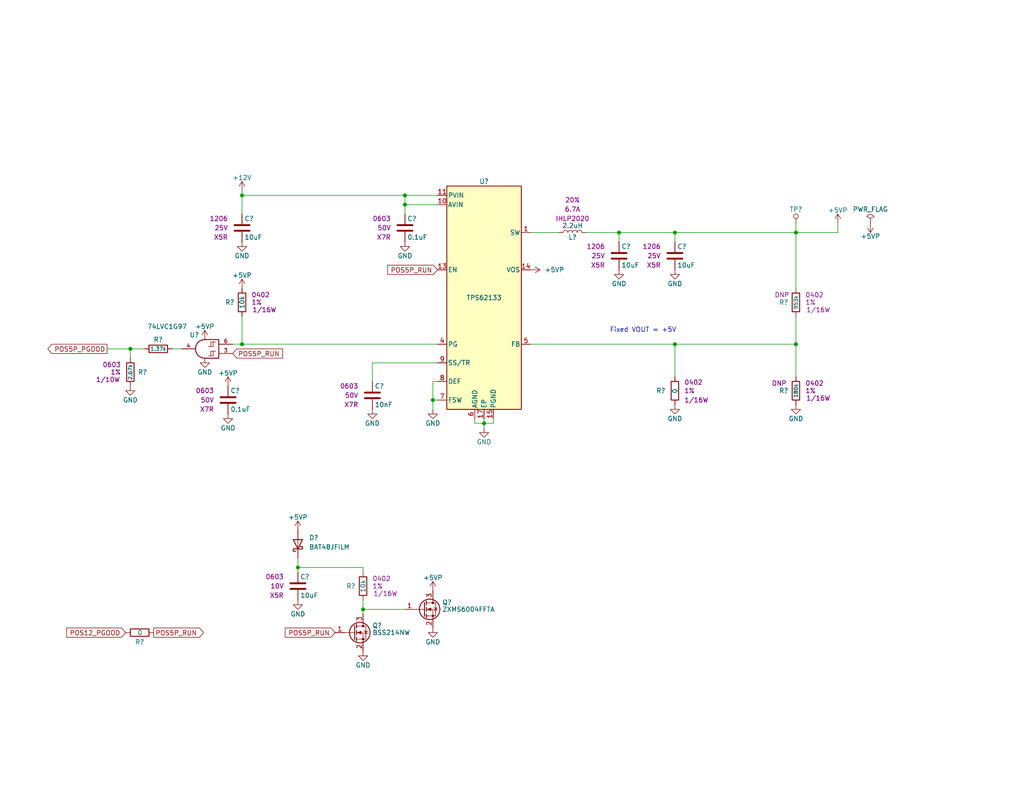
<source format=kicad_sch>
(kicad_sch (version 20230121) (generator eeschema)
  (paper "A")
  (title_block (title "USB Hub") (date "2023-08-20") (rev "PRELIM") (company "Drew Maatman"))
  (lib_symbols
    (symbol "Custom_Library:74LVC1G97_Power_AND" (pin_names (offset 1.016) hide)
      (property "Reference" "U" (at 1.524 3.81 0))
      (property "Value" "74LVC1G97_Power_AND" (at 1.524 -3.81 0))
      (symbol "74LVC1G97_Power_AND_1_1"
        (arc (start 0 -2.54) (mid 2.529 0) (end 0 2.54) (stroke (width 0.254)))
        (polyline (pts (xy -2.286 -0.635) (xy -1.651 -0.635) (xy -1.651 -1.905)))
        (polyline (pts (xy -2.286 1.905) (xy -1.651 1.905) (xy -1.651 0.635)))
        (polyline (pts (xy -2.921 -0.635) (xy -2.286 -0.635) (xy -2.286 -1.905) (xy -1.016 -1.905)))
        (polyline (pts (xy -2.921 1.905) (xy -2.286 1.905) (xy -2.286 0.635) (xy -1.016 0.635)))
        (polyline (pts (xy 0 -2.54) (xy -3.81 -2.54) (xy -3.81 2.54) (xy 0 2.54)) (stroke (width 0.254)))
        (pin power_in line (at 0 -2.54 270) (length 0) (name "GND") (number "1"))
        (pin power_in line (at 0 -2.54 270) (length 0) (name "GND") (number "2"))
        (pin input line (at -7.62 -1.27 0) (length 3.81) (name "~") (number "3"))
        (pin output line (at 6.35 0 180) (length 3.81) (name "~") (number "4"))
        (pin power_in line (at 0 2.54 90) (length 0) (name "VCC") (number "5"))
        (pin input line (at -7.62 1.27 0) (length 3.81) (name "~") (number "6"))
      )
    )
    (symbol "Custom_Library:C_Custom" (pin_numbers hide) (pin_names (offset 0.254))
      (property "Reference" "C" (at 0.635 2.54 0))
      (property "Value" "C_Custom" (at 0.635 -2.54 0))
      (property "display_footprint" "Foot" (at -3.81 2.54 0))
      (property "Voltage" "V" (at -3.81 0 0))
      (property "Dielectric" "Er" (at -3.81 -2.54 0))
      (symbol "C_Custom_0_1"
        (polyline (pts (xy -2.032 -0.762) (xy 2.032 -0.762)) (stroke (width 0.508)))
        (polyline (pts (xy -2.032 0.762) (xy 2.032 0.762)) (stroke (width 0.508)))
      )
      (symbol "C_Custom_1_1"
        (pin passive line (at 0 3.81 270) (length 2.794) (name "~") (number "1"))
        (pin passive line (at 0 -3.81 90) (length 2.794) (name "~") (number "2"))
      )
    )
    (symbol "Custom_Library:L_Custom" (pin_numbers hide) (pin_names (offset 1.016) hide)
      (property "Reference" "L" (at -1.27 0 90))
      (property "Value" "L_Custom" (at 1.905 0 90))
      (property "display_footprint" "Foot" (at 3.81 0 90))
      (property "Ampacity" "A" (at 6.35 0 90))
      (property "Tolerance" "Tol" (at 8.89 0 90))
      (symbol "L_Custom_0_1"
        (arc (start 0 -2.54) (mid 0.6323 -1.905) (end 0 -1.27))
        (arc (start 0 -1.27) (mid 0.6323 -0.635) (end 0 0))
        (arc (start 0 0) (mid 0.6323 0.635) (end 0 1.27))
        (arc (start 0 1.27) (mid 0.6323 1.905) (end 0 2.54))
      )
      (symbol "L_Custom_1_1"
        (pin passive line (at 0 3.81 270) (length 1.27) (name "1") (number "1"))
        (pin passive line (at 0 -3.81 90) (length 1.27) (name "2") (number "2"))
      )
    )
    (symbol "Custom_Library:R_Custom" (pin_numbers hide) (pin_names (offset 1.016) hide)
      (property "Reference" "R" (at -2.54 0 90))
      (property "Value" "R_Custom" (at 0 0 90))
      (property "display_footprint" "Foot" (at 2.54 0 90))
      (property "Tolerance" "Tol" (at 5.08 0 90))
      (property "Wattage" "W" (at 7.62 0 90))
      (symbol "R_Custom_0_1"
        (rectangle (start 1.016 2.54) (end -1.016 -2.54) (stroke (width 0.254)))
      )
      (symbol "R_Custom_1_1"
        (pin passive line (at 0 3.81 270) (length 1.27) (name "1") (number "1"))
        (pin passive line (at 0 -3.81 90) (length 1.27) (name "2") (number "2"))
      )
    )
    (symbol "Custom_Library:TP" (pin_numbers hide) (pin_names (offset 0) hide)
      (property "Reference" "TP" (at 0 3.81 0))
      (symbol "TP_0_1"
        (polyline (pts (xy 0 0) (xy 0 1.27)))
        (circle (center 0 1.905) (radius 0.635))
      )
      (symbol "TP_1_1"
        (pin passive line (at 0 0 90) (length 0) (name "TP") (number "1"))
      )
    )
    (symbol "Custom_Library:TPS62130" (pin_names (offset 0.254))
      (property "Reference" "U" (at 0 31.75 0))
      (property "Value" "TPS62130" (at 0 0 0))
      (symbol "TPS62130_0_1"
        (rectangle (start -10.16 30.48) (end 10.16 -30.48) (stroke (width 0.254)) (fill (type background)))
      )
      (symbol "TPS62130_1_1"
        (pin output line (at 12.7 17.78 180) (length 2.54) (name "SW") (number "1"))
        (pin power_in line (at -12.7 25.4 0) (length 2.54) (name "AVIN") (number "10"))
        (pin power_in line (at -12.7 27.94 0) (length 2.54) (name "PVIN") (number "11"))
        (pin passive line (at -12.7 27.94 0) (length 2.54) hide (name "PVIN") (number "12"))
        (pin input line (at -12.7 7.62 0) (length 2.54) (name "EN") (number "13"))
        (pin input line (at 12.7 7.62 180) (length 2.54) (name "VOS") (number "14"))
        (pin power_in line (at 2.54 -33.02 90) (length 2.54) (name "PGND") (number "15"))
        (pin passive line (at 2.54 -33.02 90) (length 2.54) hide (name "PGND") (number "16"))
        (pin power_in line (at 0 -33.02 90) (length 2.54) (name "EP") (number "17"))
        (pin passive line (at 12.7 17.78 180) (length 2.54) hide (name "SW") (number "2"))
        (pin passive line (at 12.7 17.78 180) (length 2.54) hide (name "SW") (number "3"))
        (pin open_collector line (at -12.7 -12.7 0) (length 2.54) (name "PG") (number "4"))
        (pin input line (at 12.7 -12.7 180) (length 2.54) (name "FB") (number "5"))
        (pin power_in line (at -2.54 -33.02 90) (length 2.54) (name "AGND") (number "6"))
        (pin input line (at -12.7 -27.94 0) (length 2.54) (name "FSW") (number "7"))
        (pin input line (at -12.7 -22.86 0) (length 2.54) (name "DEF") (number "8"))
        (pin input line (at -12.7 -17.78 0) (length 2.54) (name "SS/TR") (number "9"))
      )
    )
    (symbol "Custom_Library:ZXMS6004FFTA" (pin_names hide)
      (property "Reference" "Q" (at 5.08 1.905 0))
      (property "Value" "ZXMS6004FFTA" (at 5.08 0 0))
      (symbol "ZXMS6004FFTA_0_1"
        (polyline (pts (xy 0.254 0) (xy -2.54 0)))
        (polyline (pts (xy 0.254 1.905) (xy 0.254 -1.905)) (stroke (width 0.254)))
        (polyline (pts (xy 0.762 -1.27) (xy 0.762 -2.286)) (stroke (width 0.254)))
        (polyline (pts (xy 0.762 0.508) (xy 0.762 -0.508)) (stroke (width 0.254)))
        (polyline (pts (xy 0.762 2.286) (xy 0.762 1.27)) (stroke (width 0.254)))
        (polyline (pts (xy 2.54 2.54) (xy 2.54 1.778)))
        (polyline (pts (xy 2.54 -2.54) (xy 2.54 0) (xy 0.762 0)))
        (polyline (pts (xy 0.762 -1.778) (xy 3.302 -1.778) (xy 3.302 1.778) (xy 0.762 1.778)))
        (polyline (pts (xy 1.016 0) (xy 2.032 0.381) (xy 2.032 -0.381) (xy 1.016 0)) (fill (type outline)))
        (polyline (pts (xy 2.794 0.508) (xy 2.921 0.381) (xy 3.683 0.381) (xy 3.81 0.254)))
        (polyline (pts (xy 3.302 0.381) (xy 2.921 -0.254) (xy 3.683 -0.254) (xy 3.302 0.381)))
        (circle (center 1.651 0) (radius 2.794) (stroke (width 0.254)))
        (circle (center 2.54 -1.778) (radius 0.254) (fill (type outline)))
        (circle (center 2.54 1.778) (radius 0.254) (fill (type outline)))
      )
      (symbol "ZXMS6004FFTA_1_1"
        (pin input line (at -5.08 0 0) (length 2.54) (name "G") (number "1"))
        (pin passive line (at 2.54 -5.08 90) (length 2.54) (name "S") (number "2"))
        (pin passive line (at 2.54 5.08 270) (length 2.54) (name "D") (number "3"))
      )
    )
    (symbol "Diode:BAT48JFILM" (pin_numbers hide) (pin_names (offset 1.016) hide)
      (property "Reference" "D" (at 0 2.54 0))
      (property "Value" "BAT48JFILM" (at 0 -2.54 0))
      (symbol "BAT48JFILM_0_1"
        (polyline (pts (xy 1.27 0) (xy -1.27 0)))
        (polyline (pts (xy 1.27 1.27) (xy 1.27 -1.27) (xy -1.27 0) (xy 1.27 1.27)) (stroke (width 0.254)))
        (polyline (pts (xy -1.905 0.635) (xy -1.905 1.27) (xy -1.27 1.27) (xy -1.27 -1.27) (xy -0.635 -1.27) (xy -0.635 -0.635)) (stroke (width 0.254)))
      )
      (symbol "BAT48JFILM_1_1"
        (pin passive line (at -3.81 0 0) (length 2.54) (name "K") (number "1"))
        (pin passive line (at 3.81 0 180) (length 2.54) (name "A") (number "2"))
      )
    )
    (symbol "Transistor_FET:BSS214NW" (pin_names hide)
      (property "Reference" "Q" (at 5.08 1.905 0))
      (property "Value" "BSS214NW" (at 5.08 0 0))
      (symbol "BSS214NW_0_1"
        (polyline (pts (xy 0.254 0) (xy -2.54 0)))
        (polyline (pts (xy 0.254 1.905) (xy 0.254 -1.905)) (stroke (width 0.254)))
        (polyline (pts (xy 0.762 -1.27) (xy 0.762 -2.286)) (stroke (width 0.254)))
        (polyline (pts (xy 0.762 0.508) (xy 0.762 -0.508)) (stroke (width 0.254)))
        (polyline (pts (xy 0.762 2.286) (xy 0.762 1.27)) (stroke (width 0.254)))
        (polyline (pts (xy 2.54 2.54) (xy 2.54 1.778)))
        (polyline (pts (xy 2.54 -2.54) (xy 2.54 0) (xy 0.762 0)))
        (polyline (pts (xy 0.762 -1.778) (xy 3.302 -1.778) (xy 3.302 1.778) (xy 0.762 1.778)))
        (polyline (pts (xy 1.016 0) (xy 2.032 0.381) (xy 2.032 -0.381) (xy 1.016 0)) (fill (type outline)))
        (polyline (pts (xy 2.794 0.508) (xy 2.921 0.381) (xy 3.683 0.381) (xy 3.81 0.254)))
        (polyline (pts (xy 3.302 0.381) (xy 2.921 -0.254) (xy 3.683 -0.254) (xy 3.302 0.381)))
        (circle (center 1.651 0) (radius 2.794) (stroke (width 0.254)))
        (circle (center 2.54 -1.778) (radius 0.254) (fill (type outline)))
        (circle (center 2.54 1.778) (radius 0.254) (fill (type outline)))
      )
      (symbol "BSS214NW_1_1"
        (pin input line (at -5.08 0 0) (length 2.54) (name "G") (number "1"))
        (pin passive line (at 2.54 -5.08 90) (length 2.54) (name "S") (number "2"))
        (pin passive line (at 2.54 5.08 270) (length 2.54) (name "D") (number "3"))
      )
    )
    (symbol "power:+12V" (power) (pin_names (offset 0))
      (property "Value" "+12V" (at 0 3.556 0))
      (symbol "+12V_0_1"
        (polyline (pts (xy -0.762 1.27) (xy 0 2.54)))
        (polyline (pts (xy 0 0) (xy 0 2.54)))
        (polyline (pts (xy 0 2.54) (xy 0.762 1.27)))
      )
      (symbol "+12V_1_1"
        (pin power_in line (at 0 0 90) (length 0) hide (name "+12V") (number "1"))
      )
    )
    (symbol "power:+5VP" (power) (pin_names (offset 0))
      (property "Value" "+5VP" (at 0 3.556 0))
      (symbol "+5VP_0_1"
        (polyline (pts (xy -0.762 1.27) (xy 0 2.54)))
        (polyline (pts (xy 0 0) (xy 0 2.54)))
        (polyline (pts (xy 0 2.54) (xy 0.762 1.27)))
      )
      (symbol "+5VP_1_1"
        (pin power_in line (at 0 0 90) (length 0) hide (name "+5VP") (number "1"))
      )
    )
    (symbol "power:GND" (power) (pin_names (offset 0))
      (property "Value" "GND" (at 0 -3.81 0))
      (symbol "GND_0_1"
        (polyline (pts (xy 0 0) (xy 0 -1.27) (xy 1.27 -1.27) (xy 0 -2.54) (xy -1.27 -1.27) (xy 0 -1.27)))
      )
      (symbol "GND_1_1"
        (pin power_in line (at 0 0 270) (length 0) hide (name "GND") (number "1"))
      )
    )
    (symbol "power:PWR_FLAG" (power) (pin_numbers hide) (pin_names (offset 0) hide)
      (property "Value" "PWR_FLAG" (at 0 3.81 0))
      (symbol "PWR_FLAG_0_0"
        (pin power_out line (at 0 0 90) (length 0) (name "pwr") (number "1"))
      )
      (symbol "PWR_FLAG_0_1"
        (polyline (pts (xy 0 0) (xy 0 1.27) (xy -1.016 1.905) (xy 0 2.54) (xy 1.016 1.905) (xy 0 1.27)))
      )
    )
  )
  (junction (at 35.56 95.25))
  (junction (at 66.04 53.34))
  (junction (at 217.17 63.5))
  (junction (at 168.91 63.5))
  (junction (at 81.28 154.94))
  (junction (at 66.04 93.98))
  (junction (at 110.49 53.34))
  (junction (at 99.06 166.37))
  (junction (at 184.15 93.98))
  (junction (at 110.49 55.88))
  (junction (at 118.11 109.22))
  (junction (at 132.08 115.57))
  (junction (at 217.17 93.98))
  (junction (at 184.15 63.5))
  (wire (pts (xy 118.11 104.14) (xy 119.38 104.14)))
  (wire (pts (xy 160.02 63.5) (xy 168.91 63.5)))
  (wire (pts (xy 217.17 86.36) (xy 217.17 93.98)))
  (wire (pts (xy 217.17 63.5) (xy 217.17 78.74)))
  (wire (pts (xy 118.11 109.22) (xy 118.11 104.14)))
  (wire (pts (xy 81.28 154.94) (xy 81.28 156.21)))
  (wire (pts (xy 99.06 156.21) (xy 99.06 154.94)))
  (wire (pts (xy 63.5 93.98) (xy 66.04 93.98)))
  (wire (pts (xy 184.15 66.04) (xy 184.15 63.5)))
  (wire (pts (xy 217.17 60.96) (xy 217.17 63.5)))
  (wire (pts (xy 144.78 93.98) (xy 184.15 93.98)))
  (wire (pts (xy 132.08 115.57) (xy 134.62 115.57)))
  (wire (pts (xy 66.04 93.98) (xy 66.04 86.36)))
  (wire (pts (xy 66.04 53.34) (xy 66.04 58.42)))
  (wire (pts (xy 144.78 63.5) (xy 152.4 63.5)))
  (wire (pts (xy 184.15 63.5) (xy 217.17 63.5)))
  (wire (pts (xy 119.38 53.34) (xy 110.49 53.34)))
  (wire (pts (xy 217.17 93.98) (xy 217.17 102.87)))
  (wire (pts (xy 228.6 60.96) (xy 228.6 63.5)))
  (wire (pts (xy 35.56 95.25) (xy 29.21 95.25)))
  (wire (pts (xy 129.54 115.57) (xy 129.54 114.3)))
  (wire (pts (xy 110.49 166.37) (xy 99.06 166.37)))
  (wire (pts (xy 168.91 63.5) (xy 184.15 63.5)))
  (wire (pts (xy 81.28 152.4) (xy 81.28 154.94)))
  (wire (pts (xy 184.15 102.87) (xy 184.15 93.98)))
  (wire (pts (xy 119.38 55.88) (xy 110.49 55.88)))
  (wire (pts (xy 66.04 52.07) (xy 66.04 53.34)))
  (wire (pts (xy 228.6 63.5) (xy 217.17 63.5)))
  (wire (pts (xy 132.08 115.57) (xy 132.08 114.3)))
  (wire (pts (xy 168.91 66.04) (xy 168.91 63.5)))
  (wire (pts (xy 132.08 115.57) (xy 129.54 115.57)))
  (wire (pts (xy 101.6 99.06) (xy 119.38 99.06)))
  (wire (pts (xy 35.56 95.25) (xy 35.56 97.79)))
  (wire (pts (xy 119.38 93.98) (xy 66.04 93.98)))
  (wire (pts (xy 110.49 55.88) (xy 110.49 58.42)))
  (wire (pts (xy 132.08 116.84) (xy 132.08 115.57)))
  (wire (pts (xy 101.6 104.14) (xy 101.6 99.06)))
  (wire (pts (xy 119.38 109.22) (xy 118.11 109.22)))
  (wire (pts (xy 118.11 111.76) (xy 118.11 109.22)))
  (wire (pts (xy 99.06 166.37) (xy 99.06 167.64)))
  (wire (pts (xy 46.99 95.25) (xy 49.53 95.25)))
  (wire (pts (xy 99.06 163.83) (xy 99.06 166.37)))
  (wire (pts (xy 110.49 55.88) (xy 110.49 53.34)))
  (wire (pts (xy 66.04 53.34) (xy 110.49 53.34)))
  (wire (pts (xy 35.56 95.25) (xy 39.37 95.25)))
  (wire (pts (xy 134.62 115.57) (xy 134.62 114.3)))
  (wire (pts (xy 184.15 93.98) (xy 217.17 93.98)))
  (wire (pts (xy 99.06 154.94) (xy 81.28 154.94)))
  (text "Fixed VOUT = +5V" (at 166.37 90.932 0) (effects (font (size 1.27 1.27)) (justify left bottom)))
  (global_label "POS5P_PGOOD" (shape output) (at 29.21 95.25 180) (property "Intersheetrefs" "${INTERSHEET_REFS}" (effects hide)))
  (global_label "POS5P_RUN" (shape output) (at 41.91 172.72 0) (property "Intersheetrefs" "${INTERSHEET_REFS}" (effects hide)))
  (global_label "POS5P_RUN" (shape input) (at 119.38 73.66 180) (property "Intersheetrefs" "${INTERSHEET_REFS}" (effects hide)))
  (global_label "POS12_PGOOD" (shape input) (at 34.29 172.72 180) (property "Intersheetrefs" "${INTERSHEET_REFS}" (effects hide)))
  (global_label "POS5P_RUN" (shape input) (at 63.5 96.52 0) (property "Intersheetrefs" "${INTERSHEET_REFS}" (effects hide)))
  (global_label "POS5P_RUN" (shape input) (at 91.44 172.72 180) (property "Intersheetrefs" "${INTERSHEET_REFS}" (effects hide)))
  (symbol (lib_id "Custom_Library:R_Custom") (at 217.17 106.68 0) (unit 1)
    (property "Reference" "R?" (at 215.138 106.68 0) (effects (justify right)))
    (property "Value" "180k" (at 217.17 106.68 90) (effects (font (size 1.016 1.016))))
    (property "Footprint" "Resistors_SMD:R_0402" (effects hide))
    (property "display_footprint" "0402" (at 219.71 104.648 0) (effects (justify left)))
    (property "Tolerance" "1%" (at 219.71 106.68 0) (effects (justify left)))
    (property "Wattage" "1/16W" (at 219.964 108.712 0) (effects (justify left)))
    (property "Configuration" "DNP" (at 212.598 104.648 0))
    (property "Digi-Key PN" "RMCF0402FT180KCT-ND" (effects hide))
    (instances (project "LED_Panel_Controller" (path "" (reference "R?") (unit 1)) (path "" (reference "R?") (unit 1)) (path "" (reference "R?") (unit 1)) (path "" (reference "R?") (unit 1)) (path "" (reference "R?") (unit 1)) (path "" (reference "R?") (unit 1)) (path "" (reference "R?") (unit 1)) (path "" (reference "R?") (unit 1)) (path "" (reference "R?") (unit 1)) (path "" (reference "R?") (unit 1))) (project "USB_Hub" (path "" (reference "R408") (unit 1))))
  )
  (symbol (lib_id "Custom_Library:R_Custom") (at 43.18 95.25 90) (mirror x) (unit 1)
    (property "Reference" "R?" (at 43.18 92.71 90))
    (property "Value" "1.37k" (at 43.18 95.25 90) (effects (font (size 1.016 1.016))))
    (property "Footprint" "Resistors_SMD:R_0603" (effects hide))
    (property "display_footprint" "0603" (effects hide))
    (property "Tolerance" "1%" (effects hide))
    (property "Wattage" "1/10W" (effects hide))
    (instances (project "LED_Panel_Controller" (path "" (reference "R?") (unit 1)) (path "" (reference "R?") (unit 1)) (path "" (reference "R?") (unit 1)) (path "" (reference "R?") (unit 1)) (path "" (reference "R?") (unit 1)) (path "" (reference "R?") (unit 1)) (path "" (reference "R?") (unit 1)) (path "" (reference "R?") (unit 1)) (path "" (reference "R?") (unit 1)) (path "" (reference "R?") (unit 1))) (project "USB_Hub" (path "" (reference "R403") (unit 1))))
  )
  (symbol (lib_id "Custom_Library:C_Custom") (at 66.04 62.23 0) (unit 1)
    (property "Reference" "C?" (at 66.675 59.69 0) (effects (justify left)))
    (property "Value" "10uF" (at 66.675 64.77 0) (effects (justify left)))
    (property "Footprint" "Capacitors_SMD:C_1206" (effects hide))
    (property "display_footprint" "1206" (at 62.23 59.69 0) (effects (justify right)))
    (property "Voltage" "25V" (at 62.23 62.23 0) (effects (justify right)))
    (property "Dielectric" "X5R" (at 62.23 64.77 0) (effects (justify right)))
    (property "Digi-Key PN" "399-8153-1-ND" (effects hide))
    (instances (project "LED_Panel_Controller" (path "" (reference "C?") (unit 1)) (path "" (reference "C?") (unit 1)) (path "" (reference "C?") (unit 1)) (path "" (reference "C?") (unit 1)) (path "" (reference "C?") (unit 1))) (project "USB_Hub" (path "" (reference "C402") (unit 1))))
  )
  (symbol (lib_id "Custom_Library:R_Custom") (at 217.17 82.55 0) (unit 1)
    (property "Reference" "R?" (at 215.138 82.55 0) (effects (justify right)))
    (property "Value" "953k" (at 217.17 82.55 90) (effects (font (size 1.016 1.016))))
    (property "Footprint" "Resistors_SMD:R_0402" (effects hide))
    (property "display_footprint" "0402" (at 219.71 80.518 0) (effects (justify left)))
    (property "Tolerance" "1%" (at 219.71 82.55 0) (effects (justify left)))
    (property "Wattage" "1/16W" (at 219.964 84.582 0) (effects (justify left)))
    (property "Configuration" "DNP" (at 213.36 80.518 0))
    (property "Digi-Key PN" "RMCF0402FT953KCT-ND" (effects hide))
    (instances (project "LED_Panel_Controller" (path "" (reference "R?") (unit 1)) (path "" (reference "R?") (unit 1)) (path "" (reference "R?") (unit 1)) (path "" (reference "R?") (unit 1)) (path "" (reference "R?") (unit 1)) (path "" (reference "R?") (unit 1)) (path "" (reference "R?") (unit 1)) (path "" (reference "R?") (unit 1)) (path "" (reference "R?") (unit 1)) (path "" (reference "R?") (unit 1)) (path "" (reference "R?") (unit 1)) (path "" (reference "R?") (unit 1))) (project "USB_Hub" (path "" (reference "R407") (unit 1))))
  )
  (symbol (lib_id "power:+5VP") (at 66.04 78.74 0) (unit 1)
    (property "Reference" "#PWR0408" (effects hide))
    (property "Value" "+5VP" (at 66.04 75.184 0))
  )
  (symbol (lib_id "Custom_Library:C_Custom") (at 110.49 62.23 0) (unit 1)
    (property "Reference" "C?" (at 111.125 59.69 0) (effects (justify left)))
    (property "Value" "0.1uF" (at 111.125 64.77 0) (effects (justify left)))
    (property "Footprint" "Capacitors_SMD:C_0603" (effects hide))
    (property "display_footprint" "0603" (at 106.68 59.69 0) (effects (justify right)))
    (property "Voltage" "50V" (at 106.68 62.23 0) (effects (justify right)))
    (property "Dielectric" "X7R" (at 106.68 64.77 0) (effects (justify right)))
    (property "Digi-Key PN" "1276-1935-1-ND" (effects hide))
    (instances (project "LED_Panel_Controller" (path "" (reference "C?") (unit 1)) (path "" (reference "C?") (unit 1)) (path "" (reference "C?") (unit 1)) (path "" (reference "C?") (unit 1)) (path "" (reference "C?") (unit 1)) (path "" (reference "C?") (unit 1)) (path "" (reference "C?") (unit 1)) (path "" (reference "C?") (unit 1)) (path "" (reference "C?") (unit 1)) (path "" (reference "C?") (unit 1)) (path "" (reference "C?") (unit 1)) (path "" (reference "C?") (unit 1)) (path "" (reference "C?") (unit 1)) (path "" (reference "C?") (unit 1))) (project "USB_Hub" (path "" (reference "C405") (unit 1))))
  )
  (symbol (lib_id "power:GND") (at 168.91 73.66 0) (unit 1)
    (property "Reference" "#PWR?" (effects hide))
    (property "Value" "GND" (at 168.91 77.47 0))
    (instances (project "LED_Panel_Controller" (path "" (reference "#PWR?") (unit 1)) (path "" (reference "#PWR?") (unit 1)) (path "" (reference "#PWR?") (unit 1)) (path "" (reference "#PWR?") (unit 1)) (path "" (reference "#PWR?") (unit 1))) (project "USB_Hub" (path "" (reference "#PWR0419") (unit 1))))
  )
  (symbol (lib_id "power:+5VP") (at 144.78 73.66 270) (unit 1)
    (property "Reference" "#PWR0418" (effects hide))
    (property "Value" "+5VP" (at 148.59 73.66 90) (effects (justify left)))
  )
  (symbol (lib_id "power:+12V") (at 66.04 52.07 0) (unit 1)
    (property "Reference" "#PWR?" (effects hide))
    (property "Value" "+12V" (at 66.04 48.514 0))
    (instances (project "LED_Panel_Controller" (path "" (reference "#PWR?") (unit 1)) (path "" (reference "#PWR?") (unit 1)) (path "" (reference "#PWR?") (unit 1)) (path "" (reference "#PWR?") (unit 1)) (path "" (reference "#PWR?") (unit 1))) (project "USB_Hub" (path "" (reference "#PWR0406") (unit 1))))
  )
  (symbol (lib_id "power:GND") (at 66.04 66.04 0) (unit 1)
    (property "Reference" "#PWR?" (effects hide))
    (property "Value" "GND" (at 66.04 69.85 0))
    (instances (project "LED_Panel_Controller" (path "" (reference "#PWR?") (unit 1)) (path "" (reference "#PWR?") (unit 1)) (path "" (reference "#PWR?") (unit 1)) (path "" (reference "#PWR?") (unit 1)) (path "" (reference "#PWR?") (unit 1))) (project "USB_Hub" (path "" (reference "#PWR0407") (unit 1))))
  )
  (symbol (lib_id "Transistor_FET:BSS214NW") (at 96.52 172.72 0) (unit 1)
    (property "Reference" "Q?" (at 101.6 170.815 0) (effects (justify left)))
    (property "Value" "BSS214NW" (at 101.6 172.72 0) (effects (justify left)))
    (property "Footprint" "Package_TO_SOT_SMD:SOT-323_SC-70" (effects hide))
    (property "Datasheet" "https://www.infineon.com/dgdl/Infineon-BSS214NW-DS-v02_02-en.pdf?fileId=db3a30431b3e89eb011b695aebc01bde" (effects hide))
    (property "Digi-Key PN" "BSS214NWH6327XTSA1CT-ND" (effects hide))
    (instances (project "LED_Panel_Controller" (path "" (reference "Q?") (unit 1)) (path "" (reference "Q?") (unit 1))) (project "USB_Hub" (path "" (reference "Q401") (unit 1))))
  )
  (symbol (lib_id "power:GND") (at 62.23 113.03 0) (unit 1)
    (property "Reference" "#PWR?" (effects hide))
    (property "Value" "GND" (at 62.23 116.84 0))
    (instances (project "LED_Panel_Controller" (path "" (reference "#PWR?") (unit 1)) (path "" (reference "#PWR?") (unit 1)) (path "" (reference "#PWR?") (unit 1)) (path "" (reference "#PWR?") (unit 1)) (path "" (reference "#PWR?") (unit 1))) (project "USB_Hub" (path "" (reference "#PWR0405") (unit 1))))
  )
  (symbol (lib_id "Custom_Library:R_Custom") (at 38.1 172.72 90) (mirror x) (unit 1)
    (property "Reference" "R?" (at 38.1 175.26 90))
    (property "Value" "0" (at 37.465 172.72 90) (effects (justify right)))
    (property "Footprint" "Resistors_SMD:R_0402" (effects hide))
    (property "display_footprint" "0402" (effects hide))
    (property "Tolerance" "1%" (effects hide))
    (property "Wattage" "1/16W" (effects hide))
    (property "Digi-Key PN" "RMCF0402ZT0R00CT-ND" (effects hide))
    (instances (project "LED_Panel_Controller" (path "" (reference "R?") (unit 1)) (path "" (reference "R?") (unit 1)) (path "" (reference "R?") (unit 1)) (path "" (reference "R?") (unit 1))) (project "USB_Hub" (path "" (reference "R402") (unit 1))))
  )
  (symbol (lib_id "Custom_Library:C_Custom") (at 101.6 107.95 0) (unit 1)
    (property "Reference" "C?" (at 102.235 105.41 0) (effects (justify left)))
    (property "Value" "10nF" (at 102.235 110.49 0) (effects (justify left)))
    (property "Footprint" "Capacitors_SMD:C_0603" (effects hide))
    (property "display_footprint" "0603" (at 97.79 105.41 0) (effects (justify right)))
    (property "Voltage" "50V" (at 97.79 107.95 0) (effects (justify right)))
    (property "Dielectric" "X7R" (at 97.79 110.49 0) (effects (justify right)))
    (property "Digi-Key PN" "399-7842-1-ND" (effects hide))
    (instances (project "LED_Panel_Controller" (path "" (reference "C?") (unit 1)) (path "" (reference "C?") (unit 1)) (path "" (reference "C?") (unit 1)) (path "" (reference "C?") (unit 1)) (path "" (reference "C?") (unit 1)) (path "" (reference "C?") (unit 1)) (path "" (reference "C?") (unit 1)) (path "" (reference "C?") (unit 1)) (path "" (reference "C?") (unit 1)) (path "" (reference "C?") (unit 1))) (project "USB_Hub" (path "" (reference "C404") (unit 1))))
  )
  (symbol (lib_id "Custom_Library:L_Custom") (at 156.21 63.5 90) (unit 1)
    (property "Reference" "L?" (at 156.21 64.77 90))
    (property "Value" "2.2uH" (at 156.21 61.595 90))
    (property "Footprint" "Inductors_SMD:L_Vishay_IHLP-2020" (effects hide))
    (property "display_footprint" "IHLP2020" (at 156.21 59.69 90))
    (property "Ampacity" "6.7A" (at 156.21 57.15 90))
    (property "Tolerance" "20%" (at 156.21 54.61 90))
    (property "Digi-Key PN" "541-1236-1-ND" (effects hide))
    (instances (project "LED_Panel_Controller" (path "" (reference "L?") (unit 1)) (path "" (reference "L?") (unit 1))) (project "USB_Hub" (path "" (reference "L401") (unit 1))))
  )
  (symbol (lib_id "power:GND") (at 99.06 177.8 0) (unit 1)
    (property "Reference" "#PWR?" (effects hide))
    (property "Value" "GND" (at 99.06 181.61 0))
    (instances (project "LED_Panel_Controller" (path "" (reference "#PWR?") (unit 1)) (path "" (reference "#PWR?") (unit 1))) (project "USB_Hub" (path "" (reference "#PWR0411") (unit 1))))
  )
  (symbol (lib_id "Custom_Library:C_Custom") (at 81.28 160.02 0) (unit 1)
    (property "Reference" "C?" (at 81.915 157.48 0) (effects (justify left)))
    (property "Value" "10uF" (at 81.915 162.56 0) (effects (justify left)))
    (property "Footprint" "Capacitors_SMD:C_0603" (effects hide))
    (property "display_footprint" "0603" (at 77.47 157.48 0) (effects (justify right)))
    (property "Voltage" "10V" (at 77.47 160.02 0) (effects (justify right)))
    (property "Dielectric" "X5R" (at 77.47 162.56 0) (effects (justify right)))
    (property "Digi-Key PN" "1276-1871-1-ND" (effects hide))
    (instances (project "LED_Panel_Controller" (path "" (reference "C?") (unit 1)) (path "" (reference "C?") (unit 1)) (path "" (reference "C?") (unit 1)) (path "" (reference "C?") (unit 1)) (path "" (reference "C?") (unit 1)) (path "" (reference "C?") (unit 1)) (path "" (reference "C?") (unit 1)) (path "" (reference "C?") (unit 1)) (path "" (reference "C?") (unit 1)) (path "" (reference "C?") (unit 1)) (path "" (reference "C?") (unit 1))) (project "USB_Hub" (path "" (reference "C403") (unit 1))))
  )
  (symbol (lib_id "Custom_Library:C_Custom") (at 184.15 69.85 0) (unit 1)
    (property "Reference" "C?" (at 184.785 67.31 0) (effects (justify left)))
    (property "Value" "10uF" (at 184.785 72.39 0) (effects (justify left)))
    (property "Footprint" "Capacitors_SMD:C_1206" (effects hide))
    (property "display_footprint" "1206" (at 180.34 67.31 0) (effects (justify right)))
    (property "Voltage" "25V" (at 180.34 69.85 0) (effects (justify right)))
    (property "Dielectric" "X5R" (at 180.34 72.39 0) (effects (justify right)))
    (property "Digi-Key PN" "399-8153-1-ND" (effects hide))
    (instances (project "LED_Panel_Controller" (path "" (reference "C?") (unit 1)) (path "" (reference "C?") (unit 1)) (path "" (reference "C?") (unit 1)) (path "" (reference "C?") (unit 1)) (path "" (reference "C?") (unit 1))) (project "USB_Hub" (path "" (reference "C407") (unit 1))))
  )
  (symbol (lib_id "power:+5VP") (at 228.6 60.96 0) (unit 1)
    (property "Reference" "#PWR0423" (effects hide))
    (property "Value" "+5VP" (at 228.6 57.404 0))
  )
  (symbol (lib_id "power:GND") (at 118.11 111.76 0) (unit 1)
    (property "Reference" "#PWR?" (effects hide))
    (property "Value" "GND" (at 118.11 115.57 0))
    (instances (project "LED_Panel_Controller" (path "" (reference "#PWR?") (unit 1)) (path "" (reference "#PWR?") (unit 1)) (path "" (reference "#PWR?") (unit 1)) (path "" (reference "#PWR?") (unit 1)) (path "" (reference "#PWR?") (unit 1))) (project "USB_Hub" (path "" (reference "#PWR0414") (unit 1))))
  )
  (symbol (lib_id "Custom_Library:C_Custom") (at 168.91 69.85 0) (unit 1)
    (property "Reference" "C?" (at 169.545 67.31 0) (effects (justify left)))
    (property "Value" "10uF" (at 169.545 72.39 0) (effects (justify left)))
    (property "Footprint" "Capacitors_SMD:C_1206" (effects hide))
    (property "display_footprint" "1206" (at 165.1 67.31 0) (effects (justify right)))
    (property "Voltage" "25V" (at 165.1 69.85 0) (effects (justify right)))
    (property "Dielectric" "X5R" (at 165.1 72.39 0) (effects (justify right)))
    (property "Digi-Key PN" "399-8153-1-ND" (effects hide))
    (instances (project "LED_Panel_Controller" (path "" (reference "C?") (unit 1)) (path "" (reference "C?") (unit 1)) (path "" (reference "C?") (unit 1)) (path "" (reference "C?") (unit 1)) (path "" (reference "C?") (unit 1))) (project "USB_Hub" (path "" (reference "C406") (unit 1))))
  )
  (symbol (lib_id "power:GND") (at 184.15 73.66 0) (unit 1)
    (property "Reference" "#PWR?" (effects hide))
    (property "Value" "GND" (at 184.15 77.47 0))
    (instances (project "LED_Panel_Controller" (path "" (reference "#PWR?") (unit 1)) (path "" (reference "#PWR?") (unit 1)) (path "" (reference "#PWR?") (unit 1)) (path "" (reference "#PWR?") (unit 1)) (path "" (reference "#PWR?") (unit 1))) (project "USB_Hub" (path "" (reference "#PWR0420") (unit 1))))
  )
  (symbol (lib_id "power:GND") (at 184.15 110.49 0) (unit 1)
    (property "Reference" "#PWR?" (effects hide))
    (property "Value" "GND" (at 184.15 114.3 0))
    (instances (project "LED_Panel_Controller" (path "" (reference "#PWR?") (unit 1)) (path "" (reference "#PWR?") (unit 1)) (path "" (reference "#PWR?") (unit 1)) (path "" (reference "#PWR?") (unit 1)) (path "" (reference "#PWR?") (unit 1))) (project "USB_Hub" (path "" (reference "#PWR0421") (unit 1))))
  )
  (symbol (lib_id "Custom_Library:R_Custom") (at 66.04 82.55 0) (unit 1)
    (property "Reference" "R?" (at 64.008 82.55 0) (effects (justify right)))
    (property "Value" "10k" (at 66.04 82.55 90))
    (property "Footprint" "Resistors_SMD:R_0402" (effects hide))
    (property "display_footprint" "0402" (at 68.58 80.518 0) (effects (justify left)))
    (property "Tolerance" "1%" (at 68.58 82.55 0) (effects (justify left)))
    (property "Wattage" "1/16W" (at 68.834 84.582 0) (effects (justify left)))
    (property "Digi-Key PN" "RMCF0402FT10K0CT-ND" (effects hide))
    (instances (project "LED_Panel_Controller" (path "" (reference "R?") (unit 1)) (path "" (reference "R?") (unit 1)) (path "" (reference "R?") (unit 1)) (path "" (reference "R?") (unit 1)) (path "" (reference "R?") (unit 1)) (path "" (reference "R?") (unit 1)) (path "" (reference "R?") (unit 1)) (path "" (reference "R?") (unit 1)) (path "" (reference "R?") (unit 1)) (path "" (reference "R?") (unit 1))) (project "USB_Hub" (path "" (reference "R404") (unit 1))))
  )
  (symbol (lib_id "power:+5VP") (at 118.11 161.29 0) (unit 1)
    (property "Reference" "#PWR0415" (effects hide))
    (property "Value" "+5VP" (at 118.11 157.734 0))
  )
  (symbol (lib_id "Custom_Library:R_Custom") (at 35.56 101.6 0) (mirror y) (unit 1)
    (property "Reference" "R?" (at 37.592 101.6 0) (effects (justify right)))
    (property "Value" "2.67k" (at 35.56 101.6 90) (effects (font (size 1.016 1.016))))
    (property "Footprint" "Resistors_SMD:R_0603" (effects hide))
    (property "display_footprint" "0603" (at 33.02 99.568 0) (effects (justify left)))
    (property "Tolerance" "1%" (at 33.02 101.6 0) (effects (justify left)))
    (property "Wattage" "1/10W" (at 32.766 103.632 0) (effects (justify left)))
    (instances (project "LED_Panel_Controller" (path "" (reference "R?") (unit 1)) (path "" (reference "R?") (unit 1)) (path "" (reference "R?") (unit 1)) (path "" (reference "R?") (unit 1)) (path "" (reference "R?") (unit 1)) (path "" (reference "R?") (unit 1)) (path "" (reference "R?") (unit 1)) (path "" (reference "R?") (unit 1)) (path "" (reference "R?") (unit 1)) (path "" (reference "R?") (unit 1))) (project "USB_Hub" (path "" (reference "R401") (unit 1))))
  )
  (symbol (lib_id "Custom_Library:R_Custom") (at 99.06 160.02 0) (unit 1)
    (property "Reference" "R?" (at 97.028 160.02 0) (effects (justify right)))
    (property "Value" "10k" (at 99.06 160.02 90))
    (property "Footprint" "Resistors_SMD:R_0402" (effects hide))
    (property "display_footprint" "0402" (at 101.6 157.988 0) (effects (justify left)))
    (property "Tolerance" "1%" (at 101.6 160.02 0) (effects (justify left)))
    (property "Wattage" "1/16W" (at 101.854 162.052 0) (effects (justify left)))
    (property "Digi-Key PN" "RMCF0402FT10K0CT-ND" (effects hide))
    (instances (project "LED_Panel_Controller" (path "" (reference "R?") (unit 1)) (path "" (reference "R?") (unit 1)) (path "" (reference "R?") (unit 1)) (path "" (reference "R?") (unit 1)) (path "" (reference "R?") (unit 1)) (path "" (reference "R?") (unit 1)) (path "" (reference "R?") (unit 1)) (path "" (reference "R?") (unit 1)) (path "" (reference "R?") (unit 1)) (path "" (reference "R?") (unit 1)) (path "" (reference "R?") (unit 1))) (project "USB_Hub" (path "" (reference "R405") (unit 1))))
  )
  (symbol (lib_id "power:GND") (at 81.28 163.83 0) (unit 1)
    (property "Reference" "#PWR?" (effects hide))
    (property "Value" "GND" (at 81.28 167.64 0))
    (instances (project "LED_Panel_Controller" (path "" (reference "#PWR?") (unit 1)) (path "" (reference "#PWR?") (unit 1))) (project "USB_Hub" (path "" (reference "#PWR0410") (unit 1))))
  )
  (symbol (lib_id "power:+5VP") (at 81.28 144.78 0) (unit 1)
    (property "Reference" "#PWR0409" (effects hide))
    (property "Value" "+5VP" (at 81.28 141.224 0))
  )
  (symbol (lib_id "Custom_Library:C_Custom") (at 62.23 109.22 0) (unit 1)
    (property "Reference" "C?" (at 62.865 106.68 0) (effects (justify left)))
    (property "Value" "0.1uF" (at 62.865 111.76 0) (effects (justify left)))
    (property "Footprint" "Capacitors_SMD:C_0603" (effects hide))
    (property "display_footprint" "0603" (at 58.42 106.68 0) (effects (justify right)))
    (property "Voltage" "50V" (at 58.42 109.22 0) (effects (justify right)))
    (property "Dielectric" "X7R" (at 58.42 111.76 0) (effects (justify right)))
    (property "Digi-Key PN" "1276-1935-1-ND" (effects hide))
    (instances (project "LED_Panel_Controller" (path "" (reference "C?") (unit 1)) (path "" (reference "C?") (unit 1)) (path "" (reference "C?") (unit 1)) (path "" (reference "C?") (unit 1)) (path "" (reference "C?") (unit 1)) (path "" (reference "C?") (unit 1)) (path "" (reference "C?") (unit 1)) (path "" (reference "C?") (unit 1)) (path "" (reference "C?") (unit 1)) (path "" (reference "C?") (unit 1)) (path "" (reference "C?") (unit 1)) (path "" (reference "C?") (unit 1)) (path "" (reference "C?") (unit 1)) (path "" (reference "C?") (unit 1))) (project "USB_Hub" (path "" (reference "C401") (unit 1))))
  )
  (symbol (lib_id "Custom_Library:74LVC1G97_Power_AND") (at 55.88 95.25 0) (mirror y) (unit 1)
    (property "Reference" "U?" (at 54.356 91.44 0) (effects (justify left)))
    (property "Value" "74LVC1G97" (at 51.054 89.154 0) (effects (justify left)))
    (property "Footprint" "Package_TO_SOT_SMD:SOT-363_SC-70-6" (effects hide))
    (property "Datasheet" "http://www.ti.com/lit/ds/symlink/sn74lvc1g97.pdf" (effects hide))
    (property "Digi-Key PN" "1727-1772-1-ND" (effects hide))
    (instances (project "LED_Panel_Controller" (path "" (reference "U?") (unit 1))) (project "USB_Hub" (path "" (reference "U401") (unit 1))))
  )
  (symbol (lib_id "power:PWR_FLAG") (at 237.49 60.96 0) (unit 1)
    (property "Reference" "#FLG?" (effects hide))
    (property "Value" "PWR_FLAG" (at 237.49 57.15 0))
    (instances (project "LED_Panel_Controller" (path "" (reference "#FLG?") (unit 1))) (project "USB_Hub" (path "" (reference "#FLG0401") (unit 1))))
  )
  (symbol (lib_id "power:GND") (at 132.08 116.84 0) (unit 1)
    (property "Reference" "#PWR?" (effects hide))
    (property "Value" "GND" (at 132.08 120.65 0))
    (instances (project "LED_Panel_Controller" (path "" (reference "#PWR?") (unit 1)) (path "" (reference "#PWR?") (unit 1)) (path "" (reference "#PWR?") (unit 1)) (path "" (reference "#PWR?") (unit 1)) (path "" (reference "#PWR?") (unit 1))) (project "USB_Hub" (path "" (reference "#PWR0417") (unit 1))))
  )
  (symbol (lib_id "power:GND") (at 110.49 66.04 0) (unit 1)
    (property "Reference" "#PWR?" (effects hide))
    (property "Value" "GND" (at 110.49 69.85 0))
    (instances (project "LED_Panel_Controller" (path "" (reference "#PWR?") (unit 1)) (path "" (reference "#PWR?") (unit 1)) (path "" (reference "#PWR?") (unit 1)) (path "" (reference "#PWR?") (unit 1)) (path "" (reference "#PWR?") (unit 1))) (project "USB_Hub" (path "" (reference "#PWR0413") (unit 1))))
  )
  (symbol (lib_id "power:GND") (at 35.56 105.41 0) (unit 1)
    (property "Reference" "#PWR?" (effects hide))
    (property "Value" "GND" (at 35.56 109.22 0))
    (instances (project "LED_Panel_Controller" (path "" (reference "#PWR?") (unit 1)) (path "" (reference "#PWR?") (unit 1)) (path "" (reference "#PWR?") (unit 1)) (path "" (reference "#PWR?") (unit 1)) (path "" (reference "#PWR?") (unit 1))) (project "USB_Hub" (path "" (reference "#PWR0401") (unit 1))))
  )
  (symbol (lib_id "Custom_Library:TP") (at 217.17 60.96 0) (unit 1)
    (property "Reference" "TP?" (at 217.17 57.15 0))
    (property "Value" "TP" (effects hide))
    (property "Footprint" "Custom Footprints Library:Test_Point" (effects hide))
    (instances (project "LED_Panel_Controller" (path "" (reference "TP?") (unit 1)) (path "" (reference "TP?") (unit 1)) (path "" (reference "TP?") (unit 1)) (path "" (reference "TP?") (unit 1)) (path "" (reference "TP?") (unit 1)) (path "" (reference "TP?") (unit 1)) (path "" (reference "TP?") (unit 1)) (path "" (reference "TP?") (unit 1)) (path "" (reference "TP?") (unit 1))) (project "USB_Hub" (path "" (reference "TP401") (unit 1))))
  )
  (symbol (lib_id "power:GND") (at 101.6 111.76 0) (unit 1)
    (property "Reference" "#PWR?" (effects hide))
    (property "Value" "GND" (at 101.6 115.57 0))
    (instances (project "LED_Panel_Controller" (path "" (reference "#PWR?") (unit 1)) (path "" (reference "#PWR?") (unit 1)) (path "" (reference "#PWR?") (unit 1)) (path "" (reference "#PWR?") (unit 1)) (path "" (reference "#PWR?") (unit 1))) (project "USB_Hub" (path "" (reference "#PWR0412") (unit 1))))
  )
  (symbol (lib_id "Diode:BAT48JFILM") (at 81.28 148.59 90) (unit 1)
    (property "Reference" "D?" (at 84.328 146.812 90) (effects (justify right)))
    (property "Value" "BAT48JFILM" (at 84.328 149.352 90) (effects (justify right)))
    (property "Footprint" "Diode_SMD:D_SOD-323" (effects hide))
    (property "Datasheet" "www.st.com/resource/en/datasheet/bat48.pdf" (effects hide))
    (property "Digi-Key PN" "497-5711-1-ND" (effects hide))
    (instances (project "LED_Panel_Controller" (path "" (reference "D?") (unit 1)) (path "" (reference "D?") (unit 1))) (project "USB_Hub" (path "" (reference "D401") (unit 1))))
  )
  (symbol (lib_id "power:+5VP") (at 62.23 105.41 0) (unit 1)
    (property "Reference" "#PWR0404" (effects hide))
    (property "Value" "+5VP" (at 62.23 101.854 0))
  )
  (symbol (lib_id "Custom_Library:ZXMS6004FFTA") (at 115.57 166.37 0) (unit 1)
    (property "Reference" "Q?" (at 120.65 164.465 0) (effects (justify left)))
    (property "Value" "ZXMS6004FFTA" (at 120.65 166.37 0) (effects (justify left)))
    (property "Footprint" "Package_TO_SOT_SMD:SOT-23" (effects hide))
    (property "Datasheet" "https://www.diodes.com/assets/Datasheets/ZXMS6004FF.pdf" (effects hide))
    (property "Digi-Key PN" "ZXMS6004FFCT-ND" (effects hide))
    (instances (project "LED_Panel_Controller" (path "" (reference "Q?") (unit 1)) (path "" (reference "Q?") (unit 1))) (project "USB_Hub" (path "" (reference "Q402") (unit 1))))
  )
  (symbol (lib_id "power:+5VP") (at 237.49 60.96 180) (unit 1)
    (property "Reference" "#PWR0424" (effects hide))
    (property "Value" "+5VP" (at 237.49 64.516 0))
  )
  (symbol (lib_id "power:+5VP") (at 55.88 92.71 0) (unit 1)
    (property "Reference" "#PWR0402" (effects hide))
    (property "Value" "+5VP" (at 55.88 89.154 0))
  )
  (symbol (lib_id "Custom_Library:R_Custom") (at 184.15 106.68 0) (mirror y) (unit 1)
    (property "Reference" "R?" (at 181.61 106.68 0) (effects (justify left)))
    (property "Value" "0" (at 184.15 106.045 90) (effects (justify right)))
    (property "Footprint" "Resistors_SMD:R_0402" (effects hide))
    (property "display_footprint" "0402" (at 186.69 104.394 0) (effects (justify right)))
    (property "Tolerance" "1%" (at 186.69 106.68 0) (effects (justify right)))
    (property "Wattage" "1/16W" (at 186.69 109.22 0) (effects (justify right)))
    (property "Digi-Key PN" "RMCF0402ZT0R00CT-ND" (effects hide))
    (instances (project "LED_Panel_Controller" (path "" (reference "R?") (unit 1)) (path "" (reference "R?") (unit 1)) (path "" (reference "R?") (unit 1)) (path "" (reference "R?") (unit 1))) (project "USB_Hub" (path "" (reference "R406") (unit 1))))
  )
  (symbol (lib_id "power:GND") (at 118.11 171.45 0) (unit 1)
    (property "Reference" "#PWR?" (effects hide))
    (property "Value" "GND" (at 118.11 175.26 0))
    (instances (project "LED_Panel_Controller" (path "" (reference "#PWR?") (unit 1)) (path "" (reference "#PWR?") (unit 1))) (project "USB_Hub" (path "" (reference "#PWR0416") (unit 1))))
  )
  (symbol (lib_id "power:GND") (at 55.88 97.79 0) (unit 1)
    (property "Reference" "#PWR?" (effects hide))
    (property "Value" "GND" (at 55.88 101.6 0))
    (instances (project "LED_Panel_Controller" (path "" (reference "#PWR?") (unit 1)) (path "" (reference "#PWR?") (unit 1)) (path "" (reference "#PWR?") (unit 1)) (path "" (reference "#PWR?") (unit 1)) (path "" (reference "#PWR?") (unit 1))) (project "USB_Hub" (path "" (reference "#PWR0403") (unit 1))))
  )
  (symbol (lib_id "power:GND") (at 217.17 110.49 0) (unit 1)
    (property "Reference" "#PWR?" (effects hide))
    (property "Value" "GND" (at 217.17 114.3 0))
    (instances (project "LED_Panel_Controller" (path "" (reference "#PWR?") (unit 1)) (path "" (reference "#PWR?") (unit 1)) (path "" (reference "#PWR?") (unit 1)) (path "" (reference "#PWR?") (unit 1)) (path "" (reference "#PWR?") (unit 1))) (project "USB_Hub" (path "" (reference "#PWR0422") (unit 1))))
  )
  (symbol (lib_id "Custom_Library:TPS62130") (at 132.08 81.28 0) (unit 1)
    (property "Reference" "U?" (at 132.08 49.53 0))
    (property "Value" "TPS62133" (at 132.08 81.28 0))
    (property "Footprint" "Package_DFN_QFN:QFN-16-1EP_3x3mm_P0.5mm_EP1.8x1.8mm" (effects hide))
    (property "Datasheet" "http://www.ti.com/lit/ds/symlink/tps62130.pdf" (effects hide))
    (property "Digi-Key PN" "296-30225-1-ND" (effects hide))
    (instances (project "LED_Panel_Controller" (path "" (reference "U?") (unit 1)) (path "" (reference "U?") (unit 1))) (project "USB_Hub" (path "" (reference "U402") (unit 1))))
  )
)
</source>
